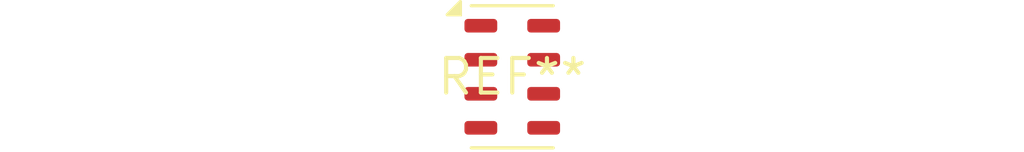
<source format=kicad_pcb>
(kicad_pcb (version 20240108) (generator pcbnew)
  (layers (0 "F.Cu" signal) (31 "B.Cu" signal) (34 "B.Paste" user) (35 "F.Paste" user) (36 "B.SilkS" user "B.Silkscreen") (37 "F.SilkS" user "F.Silkscreen") (38 "B.Mask" user) (39 "F.Mask" user) (44 "Edge.Cuts" user))
  (net 0 "")
  (footprint "NXP_LGA-8_3x5mm_P1.25mm_H1.1mm" (layer "F.Cu") (at 0 0)
    (property "Reference" "REF**")
    (property "Value" "NXP_LGA-8_3x5mm_P1.25mm_H1.1mm")
    (fp_line (start -1.5 -2.61) (end 1.5 -2.61) (layer "F.SilkS") (stroke (width 0.12)))
    (fp_line (start -1.5 2.61) (end 1.5 2.61) (layer "F.SilkS") (stroke (width 0.12)))
    (fp_poly (pts (xy -1.9 -2.28) (xy -2.38 -2.28) (xy -1.9 -2.76) (xy -1.9 -2.28)) (layer "F.SilkS") (stroke (width 0.12)) (fill solid))
    (pad "1" smd roundrect (at -1.15 -1.875) (size 1.2 0.5) (layers "F.Cu" "F.Paste" "F.Mask"))
    (pad "2" smd roundrect (at -1.15 -0.625) (size 1.2 0.5) (layers "F.Cu" "F.Paste" "F.Mask"))
    (pad "3" smd roundrect (at -1.15 0.625) (size 1.2 0.5) (layers "F.Cu" "F.Paste" "F.Mask"))
    (pad "4" smd roundrect (at -1.15 1.875) (size 1.2 0.5) (layers "F.Cu" "F.Paste" "F.Mask"))
    (pad "5" smd roundrect (at 1.15 1.875) (size 1.2 0.5) (layers "F.Cu" "F.Paste" "F.Mask"))
    (pad "6" smd roundrect (at 1.15 0.625) (size 1.2 0.5) (layers "F.Cu" "F.Paste" "F.Mask"))
    (pad "7" smd roundrect (at 1.15 -0.625) (size 1.2 0.5) (layers "F.Cu" "F.Paste" "F.Mask"))
    (pad "8" smd roundrect (at 1.15 -1.875) (size 1.2 0.5) (layers "F.Cu" "F.Paste" "F.Mask"))
  )
)
</source>
